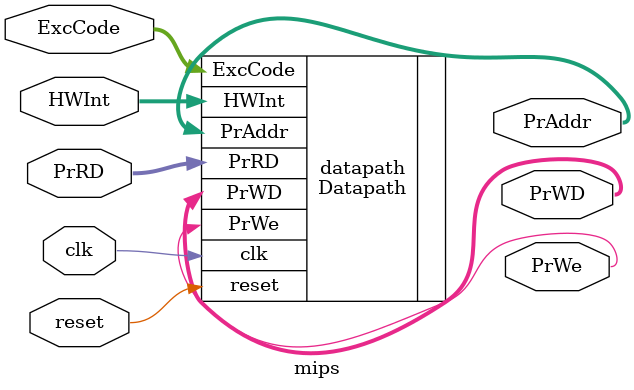
<source format=v>
`timescale 1ns / 1ps
`include "Datapath.v"

module mips(
    input clk,
    input reset,
	 input [31:0] PrRD,
	 input [7:2] HWInt,
	 input [6:2] ExcCode,
	 output [31:0] PrAddr,
	 output [31:0] PrWD,
	 output PrWe
    );
   
	//Datapath
	Datapath datapath(.clk(clk),.reset(reset),.HWInt(HWInt),.PrRD(PrRD),.ExcCode(ExcCode),.PrAddr(PrAddr),.PrWD(PrWD),.PrWe(PrWe));
	
endmodule

</source>
